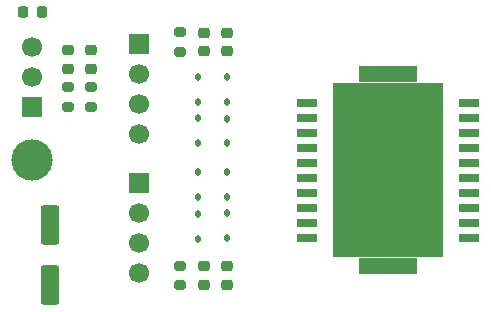
<source format=gbr>
%TF.GenerationSoftware,KiCad,Pcbnew,9.0.1*%
%TF.CreationDate,2025-04-11T16:34:43+02:00*%
%TF.ProjectId,Driver_CMS,44726976-6572-45f4-934d-532e6b696361,rev?*%
%TF.SameCoordinates,Original*%
%TF.FileFunction,Soldermask,Top*%
%TF.FilePolarity,Negative*%
%FSLAX46Y46*%
G04 Gerber Fmt 4.6, Leading zero omitted, Abs format (unit mm)*
G04 Created by KiCad (PCBNEW 9.0.1) date 2025-04-11 16:34:43*
%MOMM*%
%LPD*%
G01*
G04 APERTURE LIST*
G04 Aperture macros list*
%AMRoundRect*
0 Rectangle with rounded corners*
0 $1 Rounding radius*
0 $2 $3 $4 $5 $6 $7 $8 $9 X,Y pos of 4 corners*
0 Add a 4 corners polygon primitive as box body*
4,1,4,$2,$3,$4,$5,$6,$7,$8,$9,$2,$3,0*
0 Add four circle primitives for the rounded corners*
1,1,$1+$1,$2,$3*
1,1,$1+$1,$4,$5*
1,1,$1+$1,$6,$7*
1,1,$1+$1,$8,$9*
0 Add four rect primitives between the rounded corners*
20,1,$1+$1,$2,$3,$4,$5,0*
20,1,$1+$1,$4,$5,$6,$7,0*
20,1,$1+$1,$6,$7,$8,$9,0*
20,1,$1+$1,$8,$9,$2,$3,0*%
G04 Aperture macros list end*
%ADD10RoundRect,0.200000X-0.275000X0.200000X-0.275000X-0.200000X0.275000X-0.200000X0.275000X0.200000X0*%
%ADD11RoundRect,0.112500X-0.112500X0.187500X-0.112500X-0.187500X0.112500X-0.187500X0.112500X0.187500X0*%
%ADD12RoundRect,0.218750X0.256250X-0.218750X0.256250X0.218750X-0.256250X0.218750X-0.256250X-0.218750X0*%
%ADD13R,1.700000X0.700000*%
%ADD14R,5.000000X1.450000*%
%ADD15R,9.400000X14.800000*%
%ADD16C,3.500000*%
%ADD17R,1.700000X1.700000*%
%ADD18C,1.700000*%
%ADD19RoundRect,0.218750X-0.256250X0.218750X-0.256250X-0.218750X0.256250X-0.218750X0.256250X0.218750X0*%
%ADD20RoundRect,0.250000X-0.550000X1.412500X-0.550000X-1.412500X0.550000X-1.412500X0.550000X1.412500X0*%
%ADD21RoundRect,0.225000X0.225000X0.250000X-0.225000X0.250000X-0.225000X-0.250000X0.225000X-0.250000X0*%
G04 APERTURE END LIST*
D10*
%TO.C,R5*%
X135720000Y-65817500D03*
X135720000Y-67467500D03*
%TD*%
D11*
%TO.C,D5*%
X139720000Y-57855000D03*
X139720000Y-59955000D03*
%TD*%
%TO.C,D4*%
X139720000Y-53355000D03*
X139720000Y-55455000D03*
%TD*%
D12*
%TO.C,D14*%
X128220000Y-49142500D03*
X128220000Y-47567500D03*
%TD*%
D13*
%TO.C,U2*%
X146500000Y-52000000D03*
X146500000Y-53270000D03*
X146500000Y-54540000D03*
X146500000Y-55810000D03*
X146500000Y-57080000D03*
X146500000Y-58350000D03*
X146500000Y-59620000D03*
X146500000Y-60890000D03*
X146500000Y-62160000D03*
X146500000Y-63430000D03*
X160200000Y-63430000D03*
X160200000Y-62160000D03*
X160200000Y-60890000D03*
X160200000Y-59620000D03*
X160200000Y-58350000D03*
X160200000Y-57080000D03*
X160200000Y-55810000D03*
X160200000Y-54540000D03*
X160200000Y-53270000D03*
X160200000Y-52000000D03*
D14*
X153350000Y-49590000D03*
D15*
X153350000Y-57715000D03*
D14*
X153350000Y-65840000D03*
%TD*%
D16*
%TO.C,*%
X123220000Y-56855000D03*
%TD*%
D11*
%TO.C,D2*%
X137220000Y-53305000D03*
X137220000Y-55405000D03*
%TD*%
%TO.C,D3*%
X139720000Y-49805000D03*
X139720000Y-51905000D03*
%TD*%
D12*
%TO.C,D18*%
X137720000Y-47642500D03*
X137720000Y-46067500D03*
%TD*%
D11*
%TO.C,D7*%
X139720000Y-61355000D03*
X139720000Y-63455000D03*
%TD*%
D17*
%TO.C,J3*%
X123220000Y-52355000D03*
D18*
X123220000Y-49815000D03*
X123220000Y-47275000D03*
%TD*%
D12*
%TO.C,D15*%
X137720000Y-67430000D03*
X137720000Y-65855000D03*
%TD*%
D10*
%TO.C,R4*%
X128220000Y-50705000D03*
X128220000Y-52355000D03*
%TD*%
D19*
%TO.C,D16*%
X139720000Y-65855000D03*
X139720000Y-67430000D03*
%TD*%
D11*
%TO.C,D8*%
X137220000Y-61405000D03*
X137220000Y-63505000D03*
%TD*%
D17*
%TO.C,J2*%
X132220000Y-58815000D03*
D18*
X132220000Y-61355000D03*
X132220000Y-63895000D03*
X132220000Y-66435000D03*
%TD*%
D11*
%TO.C,D6*%
X137220000Y-57855000D03*
X137220000Y-59955000D03*
%TD*%
D20*
%TO.C,C2*%
X124720000Y-62355000D03*
X124720000Y-67430000D03*
%TD*%
D21*
%TO.C,C1*%
X123995000Y-44355000D03*
X122445000Y-44355000D03*
%TD*%
D11*
%TO.C,D1*%
X137220000Y-49805000D03*
X137220000Y-51905000D03*
%TD*%
D10*
%TO.C,R3*%
X126220000Y-50705000D03*
X126220000Y-52355000D03*
%TD*%
D19*
%TO.C,D17*%
X139720000Y-46067500D03*
X139720000Y-47642500D03*
%TD*%
D17*
%TO.C,J1*%
X132220000Y-47045000D03*
D18*
X132220000Y-49585000D03*
X132220000Y-52125000D03*
X132220000Y-54665000D03*
%TD*%
D12*
%TO.C,D19*%
X126220000Y-49142500D03*
X126220000Y-47567500D03*
%TD*%
D10*
%TO.C,R6*%
X135720000Y-46030000D03*
X135720000Y-47680000D03*
%TD*%
M02*

</source>
